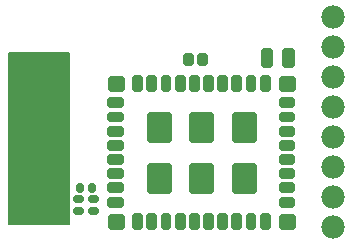
<source format=gts>
G75*
G70*
%OFA0B0*%
%FSLAX24Y24*%
%IPPOS*%
%LPD*%
%AMOC8*
5,1,8,0,0,1.08239X$1,22.5*
%
%ADD10C,0.0260*%
%ADD11C,0.0224*%
%ADD12C,0.0232*%
%ADD13C,0.0277*%
%ADD14C,0.0050*%
%ADD15C,0.0253*%
%ADD16C,0.0780*%
D10*
X003992Y001500D02*
X003992Y001596D01*
X003992Y001500D02*
X003700Y001500D01*
X003700Y001596D01*
X003992Y001596D01*
X003992Y001972D02*
X003992Y002068D01*
X003992Y001972D02*
X003700Y001972D01*
X003700Y002068D01*
X003992Y002068D01*
X003992Y002445D02*
X003992Y002541D01*
X003992Y002445D02*
X003700Y002445D01*
X003700Y002541D01*
X003992Y002541D01*
X003992Y002917D02*
X003992Y003013D01*
X003992Y002917D02*
X003700Y002917D01*
X003700Y003013D01*
X003992Y003013D01*
X003992Y003390D02*
X003992Y003486D01*
X003992Y003390D02*
X003700Y003390D01*
X003700Y003486D01*
X003992Y003486D01*
X003992Y003862D02*
X003992Y003958D01*
X003992Y003862D02*
X003700Y003862D01*
X003700Y003958D01*
X003992Y003958D01*
X003992Y004335D02*
X003992Y004431D01*
X003992Y004335D02*
X003700Y004335D01*
X003700Y004431D01*
X003992Y004431D01*
X003992Y004807D02*
X003992Y004903D01*
X003992Y004807D02*
X003700Y004807D01*
X003700Y004903D01*
X003992Y004903D01*
X004527Y005359D02*
X004623Y005359D01*
X004527Y005359D02*
X004527Y005651D01*
X004623Y005651D01*
X004623Y005359D01*
X004623Y005618D02*
X004527Y005618D01*
X004999Y005359D02*
X005095Y005359D01*
X004999Y005359D02*
X004999Y005651D01*
X005095Y005651D01*
X005095Y005359D01*
X005095Y005618D02*
X004999Y005618D01*
X005472Y005359D02*
X005568Y005359D01*
X005472Y005359D02*
X005472Y005651D01*
X005568Y005651D01*
X005568Y005359D01*
X005568Y005618D02*
X005472Y005618D01*
X005944Y005359D02*
X006040Y005359D01*
X005944Y005359D02*
X005944Y005651D01*
X006040Y005651D01*
X006040Y005359D01*
X006040Y005618D02*
X005944Y005618D01*
X006417Y005359D02*
X006513Y005359D01*
X006417Y005359D02*
X006417Y005651D01*
X006513Y005651D01*
X006513Y005359D01*
X006513Y005618D02*
X006417Y005618D01*
X006889Y005359D02*
X006985Y005359D01*
X006889Y005359D02*
X006889Y005651D01*
X006985Y005651D01*
X006985Y005359D01*
X006985Y005618D02*
X006889Y005618D01*
X007361Y005359D02*
X007457Y005359D01*
X007361Y005359D02*
X007361Y005651D01*
X007457Y005651D01*
X007457Y005359D01*
X007457Y005618D02*
X007361Y005618D01*
X007834Y005359D02*
X007930Y005359D01*
X007834Y005359D02*
X007834Y005651D01*
X007930Y005651D01*
X007930Y005359D01*
X007930Y005618D02*
X007834Y005618D01*
X008306Y005359D02*
X008402Y005359D01*
X008306Y005359D02*
X008306Y005651D01*
X008402Y005651D01*
X008402Y005359D01*
X008402Y005618D02*
X008306Y005618D01*
X008779Y005359D02*
X008875Y005359D01*
X008779Y005359D02*
X008779Y005651D01*
X008875Y005651D01*
X008875Y005359D01*
X008875Y005618D02*
X008779Y005618D01*
X009409Y004903D02*
X009409Y004807D01*
X009409Y004903D02*
X009701Y004903D01*
X009701Y004807D01*
X009409Y004807D01*
X009409Y004431D02*
X009409Y004335D01*
X009409Y004431D02*
X009701Y004431D01*
X009701Y004335D01*
X009409Y004335D01*
X009409Y003958D02*
X009409Y003862D01*
X009409Y003958D02*
X009701Y003958D01*
X009701Y003862D01*
X009409Y003862D01*
X009409Y003486D02*
X009409Y003390D01*
X009409Y003486D02*
X009701Y003486D01*
X009701Y003390D01*
X009409Y003390D01*
X009409Y003013D02*
X009409Y002917D01*
X009409Y003013D02*
X009701Y003013D01*
X009701Y002917D01*
X009409Y002917D01*
X009409Y002541D02*
X009409Y002445D01*
X009409Y002541D02*
X009701Y002541D01*
X009701Y002445D01*
X009409Y002445D01*
X009409Y002068D02*
X009409Y001972D01*
X009409Y002068D02*
X009701Y002068D01*
X009701Y001972D01*
X009409Y001972D01*
X009409Y001596D02*
X009409Y001500D01*
X009409Y001596D02*
X009701Y001596D01*
X009701Y001500D01*
X009409Y001500D01*
X008875Y001044D02*
X008779Y001044D01*
X008875Y001044D02*
X008875Y000752D01*
X008779Y000752D01*
X008779Y001044D01*
X008779Y001011D02*
X008875Y001011D01*
X008402Y001044D02*
X008306Y001044D01*
X008402Y001044D02*
X008402Y000752D01*
X008306Y000752D01*
X008306Y001044D01*
X008306Y001011D02*
X008402Y001011D01*
X007930Y001044D02*
X007834Y001044D01*
X007930Y001044D02*
X007930Y000752D01*
X007834Y000752D01*
X007834Y001044D01*
X007834Y001011D02*
X007930Y001011D01*
X007457Y001044D02*
X007361Y001044D01*
X007457Y001044D02*
X007457Y000752D01*
X007361Y000752D01*
X007361Y001044D01*
X007361Y001011D02*
X007457Y001011D01*
X006985Y001044D02*
X006889Y001044D01*
X006985Y001044D02*
X006985Y000752D01*
X006889Y000752D01*
X006889Y001044D01*
X006889Y001011D02*
X006985Y001011D01*
X006513Y001044D02*
X006417Y001044D01*
X006513Y001044D02*
X006513Y000752D01*
X006417Y000752D01*
X006417Y001044D01*
X006417Y001011D02*
X006513Y001011D01*
X006040Y001044D02*
X005944Y001044D01*
X006040Y001044D02*
X006040Y000752D01*
X005944Y000752D01*
X005944Y001044D01*
X005944Y001011D02*
X006040Y001011D01*
X005568Y001044D02*
X005472Y001044D01*
X005568Y001044D02*
X005568Y000752D01*
X005472Y000752D01*
X005472Y001044D01*
X005472Y001011D02*
X005568Y001011D01*
X005095Y001044D02*
X004999Y001044D01*
X005095Y001044D02*
X005095Y000752D01*
X004999Y000752D01*
X004999Y001044D01*
X004999Y001011D02*
X005095Y001011D01*
X004623Y001044D02*
X004527Y001044D01*
X004623Y001044D02*
X004623Y000752D01*
X004527Y000752D01*
X004527Y001044D01*
X004527Y001011D02*
X004623Y001011D01*
X006213Y006215D02*
X006309Y006215D01*
X006213Y006215D02*
X006213Y006389D01*
X006309Y006389D01*
X006309Y006215D01*
X006693Y006215D02*
X006789Y006215D01*
X006693Y006215D02*
X006693Y006389D01*
X006789Y006389D01*
X006789Y006215D01*
D11*
X007003Y004448D02*
X007003Y003648D01*
X006399Y003648D01*
X006399Y004448D01*
X007003Y004448D01*
X007003Y003871D02*
X006399Y003871D01*
X006399Y004094D02*
X007003Y004094D01*
X007003Y004317D02*
X006399Y004317D01*
X005585Y004448D02*
X005585Y003648D01*
X004981Y003648D01*
X004981Y004448D01*
X005585Y004448D01*
X005585Y003871D02*
X004981Y003871D01*
X004981Y004094D02*
X005585Y004094D01*
X005585Y004317D02*
X004981Y004317D01*
X005585Y002755D02*
X005585Y001955D01*
X004981Y001955D01*
X004981Y002755D01*
X005585Y002755D01*
X005585Y002178D02*
X004981Y002178D01*
X004981Y002401D02*
X005585Y002401D01*
X005585Y002624D02*
X004981Y002624D01*
X007003Y002755D02*
X007003Y001955D01*
X006399Y001955D01*
X006399Y002755D01*
X007003Y002755D01*
X007003Y002178D02*
X006399Y002178D01*
X006399Y002401D02*
X007003Y002401D01*
X007003Y002624D02*
X006399Y002624D01*
X008420Y002755D02*
X008420Y001955D01*
X007816Y001955D01*
X007816Y002755D01*
X008420Y002755D01*
X008420Y002178D02*
X007816Y002178D01*
X007816Y002401D02*
X008420Y002401D01*
X008420Y002624D02*
X007816Y002624D01*
X008420Y003648D02*
X008420Y004448D01*
X008420Y003648D02*
X007816Y003648D01*
X007816Y004448D01*
X008420Y004448D01*
X008420Y003871D02*
X007816Y003871D01*
X007816Y004094D02*
X008420Y004094D01*
X008420Y004317D02*
X007816Y004317D01*
D12*
X009715Y005345D02*
X009715Y005665D01*
X009715Y005345D02*
X009395Y005345D01*
X009395Y005665D01*
X009715Y005665D01*
X009715Y005576D02*
X009395Y005576D01*
X004006Y005665D02*
X004006Y005345D01*
X003686Y005345D01*
X003686Y005665D01*
X004006Y005665D01*
X004006Y005576D02*
X003686Y005576D01*
X004006Y001058D02*
X004006Y000738D01*
X003686Y000738D01*
X003686Y001058D01*
X004006Y001058D01*
X004006Y000969D02*
X003686Y000969D01*
X009715Y001058D02*
X009715Y000738D01*
X009395Y000738D01*
X009395Y001058D01*
X009715Y001058D01*
X009715Y000969D02*
X009395Y000969D01*
D13*
X003061Y001255D02*
X003061Y001255D01*
X003141Y001255D01*
X003141Y001255D01*
X003061Y001255D01*
X003061Y001648D02*
X003061Y001648D01*
X003141Y001648D01*
X003141Y001648D01*
X003061Y001648D01*
X002561Y001648D02*
X002561Y001648D01*
X002641Y001648D01*
X002641Y001648D01*
X002561Y001648D01*
X002561Y001255D02*
X002561Y001255D01*
X002641Y001255D01*
X002641Y001255D01*
X002561Y001255D01*
X002654Y001987D02*
X002654Y001987D01*
X002654Y002067D01*
X002654Y002067D01*
X002654Y001987D01*
X003048Y001987D02*
X003048Y001987D01*
X003048Y002067D01*
X003048Y002067D01*
X003048Y001987D01*
D14*
X002283Y000820D02*
X000294Y000820D01*
X000294Y006529D01*
X002283Y006529D01*
X002283Y000820D01*
X002283Y000833D02*
X000294Y000833D01*
X000294Y000881D02*
X002283Y000881D01*
X002283Y000930D02*
X000294Y000930D01*
X000294Y000978D02*
X002283Y000978D01*
X002283Y001027D02*
X000294Y001027D01*
X000294Y001075D02*
X002283Y001075D01*
X002283Y001124D02*
X000294Y001124D01*
X000294Y001172D02*
X002283Y001172D01*
X002283Y001221D02*
X000294Y001221D01*
X000294Y001270D02*
X002283Y001270D01*
X002283Y001318D02*
X000294Y001318D01*
X000294Y001367D02*
X002283Y001367D01*
X002283Y001415D02*
X000294Y001415D01*
X000294Y001464D02*
X002283Y001464D01*
X002283Y001512D02*
X000294Y001512D01*
X000294Y001561D02*
X002283Y001561D01*
X002283Y001609D02*
X000294Y001609D01*
X000294Y001658D02*
X002283Y001658D01*
X002283Y001706D02*
X000294Y001706D01*
X000294Y001755D02*
X002283Y001755D01*
X002283Y001804D02*
X000294Y001804D01*
X000294Y001852D02*
X002283Y001852D01*
X002283Y001901D02*
X000294Y001901D01*
X000294Y001949D02*
X002283Y001949D01*
X002283Y001998D02*
X000294Y001998D01*
X000294Y002046D02*
X002283Y002046D01*
X002283Y002095D02*
X000294Y002095D01*
X000294Y002143D02*
X002283Y002143D01*
X002283Y002192D02*
X000294Y002192D01*
X000294Y002240D02*
X002283Y002240D01*
X002283Y002289D02*
X000294Y002289D01*
X000294Y002337D02*
X002283Y002337D01*
X002283Y002386D02*
X000294Y002386D01*
X000294Y002435D02*
X002283Y002435D01*
X002283Y002483D02*
X000294Y002483D01*
X000294Y002532D02*
X002283Y002532D01*
X002283Y002580D02*
X000294Y002580D01*
X000294Y002629D02*
X002283Y002629D01*
X002283Y002677D02*
X000294Y002677D01*
X000294Y002726D02*
X002283Y002726D01*
X002283Y002774D02*
X000294Y002774D01*
X000294Y002823D02*
X002283Y002823D01*
X002283Y002871D02*
X000294Y002871D01*
X000294Y002920D02*
X002283Y002920D01*
X002283Y002969D02*
X000294Y002969D01*
X000294Y003017D02*
X002283Y003017D01*
X002283Y003066D02*
X000294Y003066D01*
X000294Y003114D02*
X002283Y003114D01*
X002283Y003163D02*
X000294Y003163D01*
X000294Y003211D02*
X002283Y003211D01*
X002283Y003260D02*
X000294Y003260D01*
X000294Y003308D02*
X002283Y003308D01*
X002283Y003357D02*
X000294Y003357D01*
X000294Y003405D02*
X002283Y003405D01*
X002283Y003454D02*
X000294Y003454D01*
X000294Y003503D02*
X002283Y003503D01*
X002283Y003551D02*
X000294Y003551D01*
X000294Y003600D02*
X002283Y003600D01*
X002283Y003648D02*
X000294Y003648D01*
X000294Y003697D02*
X002283Y003697D01*
X002283Y003745D02*
X000294Y003745D01*
X000294Y003794D02*
X002283Y003794D01*
X002283Y003842D02*
X000294Y003842D01*
X000294Y003891D02*
X002283Y003891D01*
X002283Y003939D02*
X000294Y003939D01*
X000294Y003988D02*
X002283Y003988D01*
X002283Y004036D02*
X000294Y004036D01*
X000294Y004085D02*
X002283Y004085D01*
X002283Y004134D02*
X000294Y004134D01*
X000294Y004182D02*
X002283Y004182D01*
X002283Y004231D02*
X000294Y004231D01*
X000294Y004279D02*
X002283Y004279D01*
X002283Y004328D02*
X000294Y004328D01*
X000294Y004376D02*
X002283Y004376D01*
X002283Y004425D02*
X000294Y004425D01*
X000294Y004473D02*
X002283Y004473D01*
X002283Y004522D02*
X000294Y004522D01*
X000294Y004570D02*
X002283Y004570D01*
X002283Y004619D02*
X000294Y004619D01*
X000294Y004668D02*
X002283Y004668D01*
X002283Y004716D02*
X000294Y004716D01*
X000294Y004765D02*
X002283Y004765D01*
X002283Y004813D02*
X000294Y004813D01*
X000294Y004862D02*
X002283Y004862D01*
X002283Y004910D02*
X000294Y004910D01*
X000294Y004959D02*
X002283Y004959D01*
X002283Y005007D02*
X000294Y005007D01*
X000294Y005056D02*
X002283Y005056D01*
X002283Y005104D02*
X000294Y005104D01*
X000294Y005153D02*
X002283Y005153D01*
X002283Y005202D02*
X000294Y005202D01*
X000294Y005250D02*
X002283Y005250D01*
X002283Y005299D02*
X000294Y005299D01*
X000294Y005347D02*
X002283Y005347D01*
X002283Y005396D02*
X000294Y005396D01*
X000294Y005444D02*
X002283Y005444D01*
X002283Y005493D02*
X000294Y005493D01*
X000294Y005541D02*
X002283Y005541D01*
X002283Y005590D02*
X000294Y005590D01*
X000294Y005638D02*
X002283Y005638D01*
X002283Y005687D02*
X000294Y005687D01*
X000294Y005736D02*
X002283Y005736D01*
X002283Y005784D02*
X000294Y005784D01*
X000294Y005833D02*
X002283Y005833D01*
X002283Y005881D02*
X000294Y005881D01*
X000294Y005930D02*
X002283Y005930D01*
X002283Y005978D02*
X000294Y005978D01*
X000294Y006027D02*
X002283Y006027D01*
X002283Y006075D02*
X000294Y006075D01*
X000294Y006124D02*
X002283Y006124D01*
X002283Y006172D02*
X000294Y006172D01*
X000294Y006221D02*
X002283Y006221D01*
X002283Y006269D02*
X000294Y006269D01*
X000294Y006318D02*
X002283Y006318D01*
X002283Y006367D02*
X000294Y006367D01*
X000294Y006415D02*
X002283Y006415D01*
X002283Y006464D02*
X000294Y006464D01*
X000294Y006512D02*
X002283Y006512D01*
D15*
X008825Y006541D02*
X008967Y006541D01*
X008967Y006163D01*
X008825Y006163D01*
X008825Y006541D01*
X008825Y006415D02*
X008967Y006415D01*
X009534Y006541D02*
X009676Y006541D01*
X009676Y006163D01*
X009534Y006163D01*
X009534Y006541D01*
X009534Y006415D02*
X009676Y006415D01*
D16*
X011101Y006702D03*
X011101Y007702D03*
X011101Y005702D03*
X011101Y004702D03*
X011101Y003702D03*
X011101Y002702D03*
X011101Y001702D03*
X011101Y000702D03*
M02*

</source>
